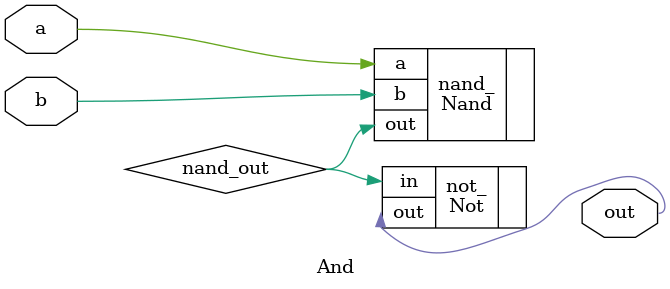
<source format=sv>
module And(
	input logic a,
	input logic b,
	output logic out
);
	logic nand_out;
	Nand nand_(
		.a(a),
		.b(b),
		.out(nand_out)
	);

	Not not_(
		.in(nand_out),
		.out(out)
	);
endmodule

</source>
